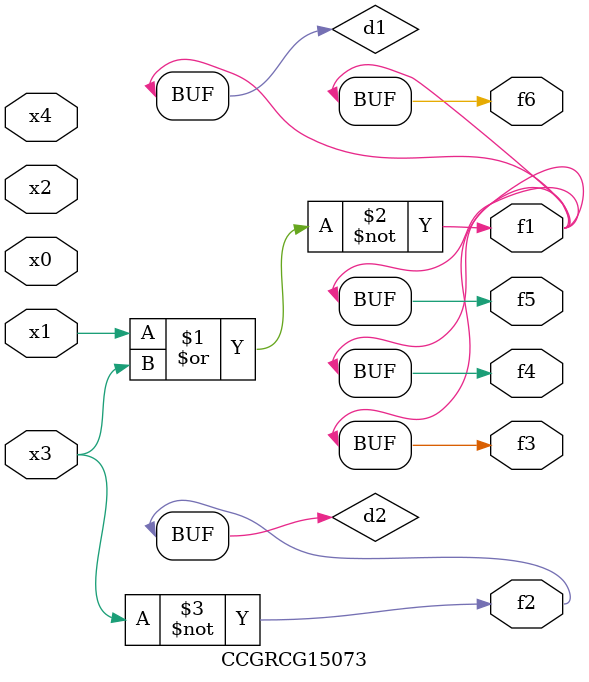
<source format=v>
module CCGRCG15073(
	input x0, x1, x2, x3, x4,
	output f1, f2, f3, f4, f5, f6
);

	wire d1, d2;

	nor (d1, x1, x3);
	not (d2, x3);
	assign f1 = d1;
	assign f2 = d2;
	assign f3 = d1;
	assign f4 = d1;
	assign f5 = d1;
	assign f6 = d1;
endmodule

</source>
